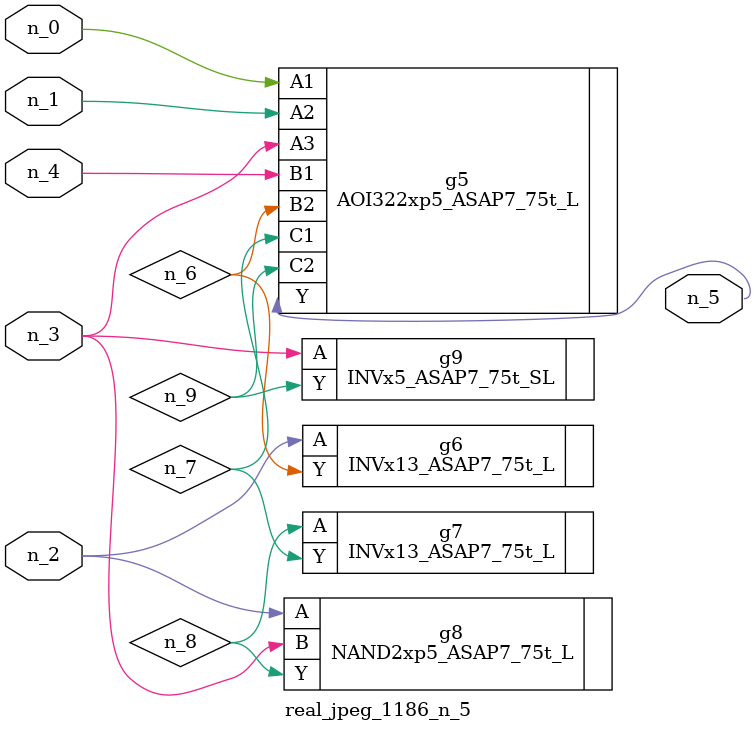
<source format=v>
module real_jpeg_1186_n_5 (n_4, n_0, n_1, n_2, n_3, n_5);

input n_4;
input n_0;
input n_1;
input n_2;
input n_3;

output n_5;

wire n_8;
wire n_6;
wire n_7;
wire n_9;

AOI322xp5_ASAP7_75t_L g5 ( 
.A1(n_0),
.A2(n_1),
.A3(n_3),
.B1(n_4),
.B2(n_6),
.C1(n_7),
.C2(n_9),
.Y(n_5)
);

INVx13_ASAP7_75t_L g6 ( 
.A(n_2),
.Y(n_6)
);

NAND2xp5_ASAP7_75t_L g8 ( 
.A(n_2),
.B(n_3),
.Y(n_8)
);

INVx5_ASAP7_75t_SL g9 ( 
.A(n_3),
.Y(n_9)
);

INVx13_ASAP7_75t_L g7 ( 
.A(n_8),
.Y(n_7)
);


endmodule
</source>
